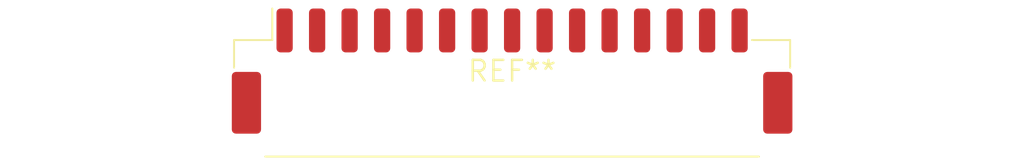
<source format=kicad_pcb>
(kicad_pcb (version 20240108) (generator pcbnew)
  (layers (0 "F.Cu" signal) (31 "B.Cu" signal) (34 "B.Paste" user) (35 "F.Paste" user) (36 "B.SilkS" user "B.Silkscreen") (37 "F.SilkS" user "F.Silkscreen") (38 "B.Mask" user) (39 "F.Mask" user) (44 "Edge.Cuts" user))
  (net 0 "")
  (footprint "Molex_CLIK-Mate_502494-1570_1x15-1MP_P2.00mm_Horizontal" (layer "F.Cu") (at 0 0)
    (property "Reference" "REF**")
    (property "Value" "Molex_CLIK-Mate_502494-1570_1x15-1MP_P2.00mm_Horizontal")
    (fp_line (start -17.11 -1.91) (end -14.76 -1.91) (layer "F.SilkS") (stroke (width 0.12)))
    (fp_line (start -17.11 -0.21) (end -17.11 -1.91) (layer "F.SilkS") (stroke (width 0.12)))
    (fp_line (start -15.19 5.26) (end 15.19 5.26) (layer "F.SilkS") (stroke (width 0.12)))
    (fp_line (start -14.76 -1.91) (end -14.76 -3.85) (layer "F.SilkS") (stroke (width 0.12)))
    (fp_line (start 17.11 -1.91) (end 14.76 -1.91) (layer "F.SilkS") (stroke (width 0.12)))
    (fp_line (start 17.11 -0.21) (end 17.11 -1.91) (layer "F.SilkS") (stroke (width 0.12)))
    (pad "1" smd roundrect (at -14 -2.5) (size 1 2.7) (layers "F.Cu" "F.Paste" "F.Mask"))
    (pad "2" smd roundrect (at -12 -2.5) (size 1 2.7) (layers "F.Cu" "F.Paste" "F.Mask"))
    (pad "3" smd roundrect (at -10 -2.5) (size 1 2.7) (layers "F.Cu" "F.Paste" "F.Mask"))
    (pad "4" smd roundrect (at -8 -2.5) (size 1 2.7) (layers "F.Cu" "F.Paste" "F.Mask"))
    (pad "5" smd roundrect (at -6 -2.5) (size 1 2.7) (layers "F.Cu" "F.Paste" "F.Mask"))
    (pad "6" smd roundrect (at -4 -2.5) (size 1 2.7) (layers "F.Cu" "F.Paste" "F.Mask"))
    (pad "7" smd roundrect (at -2 -2.5) (size 1 2.7) (layers "F.Cu" "F.Paste" "F.Mask"))
    (pad "8" smd roundrect (at 0 -2.5) (size 1 2.7) (layers "F.Cu" "F.Paste" "F.Mask"))
    (pad "9" smd roundrect (at 2 -2.5) (size 1 2.7) (layers "F.Cu" "F.Paste" "F.Mask"))
    (pad "10" smd roundrect (at 4 -2.5) (size 1 2.7) (layers "F.Cu" "F.Paste" "F.Mask"))
    (pad "11" smd roundrect (at 6 -2.5) (size 1 2.7) (layers "F.Cu" "F.Paste" "F.Mask"))
    (pad "12" smd roundrect (at 8 -2.5) (size 1 2.7) (layers "F.Cu" "F.Paste" "F.Mask"))
    (pad "13" smd roundrect (at 10 -2.5) (size 1 2.7) (layers "F.Cu" "F.Paste" "F.Mask"))
    (pad "14" smd roundrect (at 12 -2.5) (size 1 2.7) (layers "F.Cu" "F.Paste" "F.Mask"))
    (pad "15" smd roundrect (at 14 -2.5) (size 1 2.7) (layers "F.Cu" "F.Paste" "F.Mask"))
    (pad "MP" smd roundrect (at -16.35 1.95) (size 1.8 3.8) (layers "F.Cu" "F.Paste" "F.Mask") (roundrect_rratio 0.138889))
    (pad "MP" smd roundrect (at 16.35 1.95) (size 1.8 3.8) (layers "F.Cu" "F.Paste" "F.Mask") (roundrect_rratio 0.138889))
  )
)
</source>
